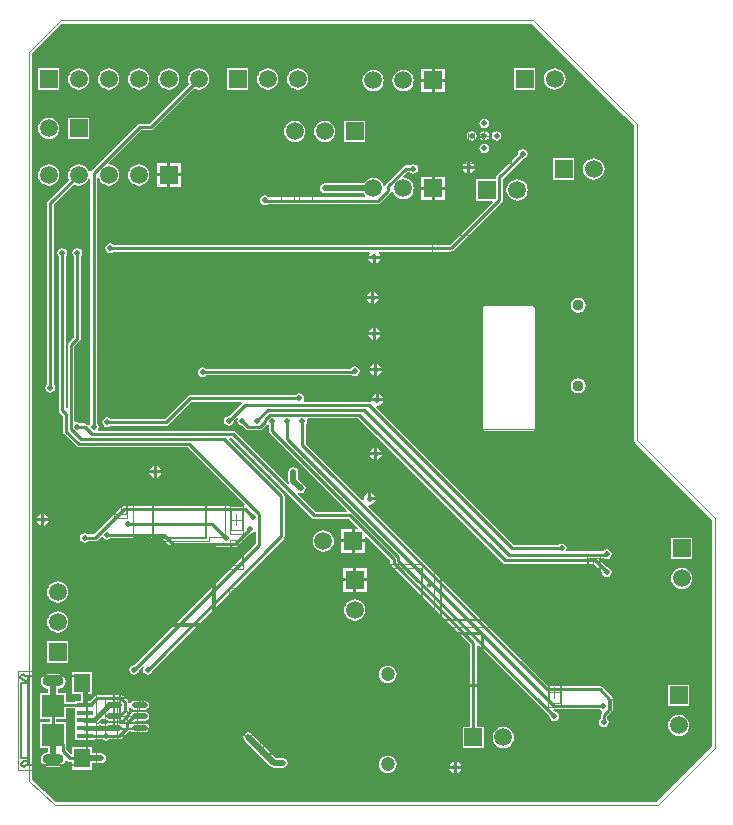
<source format=gbl>
%FSTAX23Y23*%
%MOIN*%
%SFA1B1*%

%IPPOS*%
%ADD10C,0.009449*%
%ADD13C,0.007874*%
%ADD14C,0.005000*%
%ADD16C,0.004000*%
%ADD17C,0.003937*%
%ADD18C,0.010000*%
%ADD19C,0.001969*%
%ADD79C,0.019685*%
%ADD80C,0.015000*%
%ADD81R,0.059055X0.059055*%
%ADD82C,0.059055*%
%ADD83C,0.037401*%
%ADD84R,0.059055X0.059055*%
%ADD85C,0.019685*%
%ADD86O,0.070866X0.035433*%
%ADD87C,0.047244*%
%ADD88O,0.053150X0.017716*%
%ADD89R,0.053150X0.015748*%
%ADD90R,0.055118X0.062992*%
%ADD91R,0.074803X0.074803*%
%LNsolears_v1-1*%
%LPD*%
G36*
X02675Y03604D02*
X02902Y03377D01*
X02982Y03297*
X03014Y03265*
Y02215*
X03015Y02211*
X03017Y02207*
X03274Y0195*
Y01194*
X0309Y0101*
X01089*
X0101Y01084*
Y03505*
X01109Y03604*
X02675*
G37*
%LNsolears_v1-2*%
%LPC*%
G36*
X02385Y03454D02*
X02351D01*
Y0342*
X02385*
Y03454*
G37*
G36*
X02341D02*
X02306D01*
Y0342*
X02341*
Y03454*
G37*
G36*
X0173Y03455D02*
X01659D01*
Y03384*
X0173*
Y03455*
G37*
G36*
X011D02*
X01029D01*
Y03384*
X011*
Y03455*
G37*
G36*
X02686D02*
X02615D01*
Y03384*
X02686*
Y03455*
G37*
G36*
X01895Y03455D02*
X01885Y03454D01*
X01877Y0345*
X01869Y03445*
X01864Y03437*
X0186Y03429*
X01859Y0342*
X0186Y0341*
X01864Y03402*
X01869Y03394*
X01877Y03389*
X01885Y03385*
X01895Y03384*
X01904Y03385*
X01912Y03389*
X0192Y03394*
X01925Y03402*
X01929Y0341*
X0193Y0342*
X01929Y03429*
X01925Y03437*
X0192Y03445*
X01912Y0345*
X01904Y03454*
X01895Y03455*
G37*
G36*
X01795D02*
X01785Y03454D01*
X01777Y0345*
X01769Y03445*
X01764Y03437*
X0176Y03429*
X01759Y0342*
X0176Y0341*
X01764Y03402*
X01769Y03394*
X01777Y03389*
X01785Y03385*
X01795Y03384*
X01804Y03385*
X01812Y03389*
X0182Y03394*
X01825Y03402*
X01829Y0341*
X0183Y0342*
X01829Y03429*
X01825Y03437*
X0182Y03445*
X01812Y0345*
X01804Y03454*
X01795Y03455*
G37*
G36*
X01565D02*
X01555Y03454D01*
X01547Y0345*
X01539Y03445*
X01534Y03437*
X0153Y03429*
X01529Y0342*
X0153Y0341*
X01533Y03404*
X014Y0327*
X01367*
Y0327*
X01363Y0327*
X01359Y03267*
X01207Y03115*
X01204Y03111*
X01199Y03109*
X01199Y03109*
X01195Y03117*
X0119Y03125*
X01182Y0313*
X01174Y03134*
X01165Y03135*
X01155Y03134*
X01147Y0313*
X01139Y03125*
X01134Y03117*
X0113Y03109*
X01129Y031*
X0113Y0309*
X01133Y03084*
X01062Y03012*
X01059Y03009*
X01058Y03005*
Y02401*
X01058Y02401*
X01055Y02396*
X01053Y0239*
X01055Y02383*
X01058Y02378*
X01063Y02375*
X0107Y02373*
X01076Y02375*
X01081Y02378*
X01084Y02383*
X01086Y0239*
X01084Y02396*
X01081Y02401*
X01081Y02401*
Y03*
X01149Y03068*
X01155Y03065*
X01165Y03064*
X01174Y03065*
X01182Y03069*
X0119Y03074*
X01195Y03082*
X01198Y03089*
X01203Y03088*
Y02271*
X01203Y02271*
X01201Y02267*
X01195Y02265*
X01193Y02267*
X01189Y0227*
X01185Y02271*
X01171*
X01171Y02271*
X01166Y02274*
X0116Y02276*
X01155Y02275*
X0115Y02278*
Y02529*
X01167Y02546*
X0117Y0255*
X01171Y02554*
Y02828*
X01171Y02828*
X01174Y02833*
X01176Y0284*
X01174Y02846*
X01171Y02851*
X01166Y02854*
X0116Y02856*
X01153Y02854*
X01148Y02851*
X01145Y02846*
X01143Y0284*
X01145Y02833*
X01148Y02828*
X01148Y02828*
Y02559*
X01131Y02541*
X01128Y02538*
X01128Y02534*
Y02322*
X01123Y02319*
X01121Y02321*
Y02828*
X01121Y02828*
X01124Y02833*
X01126Y0284*
X01124Y02846*
X01121Y02851*
X01116Y02854*
X0111Y02856*
X01103Y02854*
X01098Y02851*
X01095Y02846*
X01093Y0284*
X01095Y02833*
X01098Y02828*
X01098Y02828*
Y02315*
X01099Y0231*
X01102Y02307*
X01112Y02297*
Y02244*
X01113Y0224*
X01115Y02236*
X01157Y02195*
X0116Y02192*
X01164Y02192*
X01526*
X01717Y02001*
X01715Y01996*
X01315*
X01311Y01995*
X01307Y01992*
X01216Y01901*
X01196*
X01196Y01901*
X01191Y01904*
X01185Y01906*
X01178Y01904*
X01173Y01901*
X0117Y01896*
X01168Y0189*
X0117Y01883*
X01173Y01878*
X01178Y01875*
X01185Y01873*
X01191Y01875*
X01196Y01878*
X01196Y01878*
X0122*
X01224Y01879*
X01228Y01882*
X0124Y01894*
X01246Y01892*
X01248Y01888*
X01253Y01885*
X0126Y01883*
X01266Y01885*
X01271Y01888*
X01271Y01888*
X01443*
X0147Y01861*
X01474Y01858*
X01478Y01858*
X01684*
X01688Y01858*
X01692Y01861*
X01734Y01904*
X01735Y01903*
X01741Y01905*
X01746Y01908*
X01749Y01913*
X01749Y01913*
X01754Y0191*
Y0187*
X0135Y01466*
X0135Y01466*
X01343Y01464*
X01338Y01461*
X01335Y01456*
X01333Y0145*
X01335Y01443*
X01338Y01438*
X01343Y01435*
X0135Y01433*
X01356Y01435*
X01361Y01438*
X01364Y01443*
X01366Y0145*
X01366Y0145*
X01378Y01462*
X01378Y01462*
X01382Y01459*
X01381Y01458*
X0138Y01456*
X01378Y0145*
X0138Y01443*
X01383Y01438*
X01388Y01435*
X01395Y01433*
X01401Y01435*
X01406Y01438*
X01409Y01443*
X01411Y0145*
X01411Y0145*
X01847Y01887*
X0185Y0189*
X01851Y01895*
Y0203*
X0185Y02034*
X01847Y02037*
X01666Y02219*
X01668Y02223*
X01676*
X01942Y01957*
X01946Y01954*
X0195Y01953*
X02064*
X02094Y01924*
X02092Y01919*
X02085*
Y01885*
X02119*
Y01892*
X02124Y01894*
X02203Y01814*
Y01805*
X02204Y01801*
X02207Y01797*
X02468Y01535*
Y0126*
X02444*
Y01189*
X02515*
Y0126*
X02491*
Y01531*
X02495Y01533*
X02734Y01295*
X02733Y01295*
X02735Y01288*
X02738Y01283*
X02743Y0128*
X0275Y01278*
X02756Y0128*
X02761Y01283*
X02764Y01288*
X02766Y01295*
X02764Y01301*
X02761Y01306*
X02756Y01309*
X0275Y01311*
X02749Y01311*
X02746Y01314*
X02748Y01319*
X0275Y01318*
X029*
X02901Y01318*
X02906Y01315*
X02908Y01314*
X02909Y01309*
X02907Y01307*
X02905Y01304*
X02904Y01299*
Y01287*
X02903Y01286*
X029Y01281*
X02898Y01275*
X029Y01268*
X02903Y01263*
X02908Y0126*
X02915Y01258*
X02921Y0126*
X02926Y01263*
X02929Y01268*
X02931Y01275*
X02929Y01281*
X02926Y01285*
Y01295*
X02941Y01309*
X02943Y01312*
X02944Y01317*
Y01354*
X02943Y01358*
X02941Y01361*
X0291Y01392*
X02906Y01395*
X02902Y01396*
X02729*
X0213Y01995*
X02132Y02*
X02135Y01999*
X02142Y02001*
X02149Y02005*
X02153Y02012*
X02154Y02015*
X02135*
Y0202*
X0213*
Y02039*
X02127Y02038*
X0212Y02034*
X02116Y02027*
X02114Y0202*
X02115Y02017*
X0211Y02015*
X01921Y02204*
Y02268*
X01921Y02268*
X01924Y02273*
X01926Y0228*
X01925Y02284*
X01928Y02289*
X02094*
X02577Y01807*
X0258Y01804*
X02585Y01803*
X0288*
X02909Y01775*
X02908Y01775*
X0291Y01768*
X02913Y01763*
X02918Y0176*
X02925Y01758*
X02931Y0176*
X02936Y01763*
X02939Y01768*
X02941Y01775*
X02939Y01781*
X02936Y01786*
X02931Y01789*
X02925Y01791*
X02924Y01791*
X02897Y01818*
X02899Y01823*
X02914*
X02918Y0182*
X02925Y01818*
X02931Y0182*
X02936Y01823*
X02939Y01828*
X02941Y01835*
X02939Y01841*
X02936Y01846*
X02931Y01849*
X02925Y01851*
X02918Y01849*
X02913Y01846*
X02912Y01845*
X02793*
X0279Y0185*
X02791Y01855*
X02789Y01861*
X02786Y01866*
X02781Y01869*
X02775Y01871*
X02768Y01869*
X02763Y01866*
X02763Y01866*
X02614*
X02155Y02325*
X02157Y0233*
X0216Y02329*
X02167Y02331*
X02174Y02335*
X02178Y02342*
X02179Y02345*
X02139*
X02138Y02344*
X02136Y02342*
X02132Y02343*
X01916*
X01914Y02348*
X01914Y02348*
X01916Y02355*
X01914Y02361*
X01911Y02366*
X01906Y02369*
X019Y02371*
X01893Y02369*
X01888Y02366*
X01888Y02366*
X01536*
X01532Y02365*
X01528Y02362*
X01451Y02286*
X01271*
X01271Y02286*
X01266Y02289*
X0126Y02291*
X01253Y02289*
X01248Y02286*
X01245Y02281*
X01243Y02275*
X01245Y02268*
X01248Y02263*
X01253Y0226*
X0126Y02258*
X01266Y0226*
X01271Y02263*
X01271Y02263*
X01456*
X0146Y02264*
X01464Y02267*
X0154Y02343*
X01706*
X01708Y02338*
X01665Y02296*
X01665Y02296*
X01658Y02294*
X01653Y02291*
X0165Y02286*
X01648Y0228*
X0165Y02273*
X01653Y02268*
X01658Y02265*
X01665Y02263*
X01671Y02265*
X01676Y02268*
X01679Y02273*
X01681Y0228*
X01681Y0228*
X01693Y02292*
X01693Y02292*
X01697Y02289*
X01696Y02288*
X01695Y02286*
X01693Y0228*
X01695Y02273*
X01698Y02268*
X01703Y02265*
X0171Y02263*
X0171Y02264*
X01722Y02251*
X01726Y02248*
X0173Y02248*
X01768*
X01772Y02248*
X01776Y02251*
X01792Y02267*
X01797Y02265*
X01798Y02263*
Y02246*
X01799Y02242*
X01802Y02239*
X0206Y0198*
X02058Y01976*
X01955*
X01893Y02037*
X01897Y02041*
X01898Y0204*
X01905Y02038*
X01911Y0204*
X01916Y02043*
X01919Y02048*
X01921Y02055*
X01919Y02061*
X01916Y02066*
X01896Y02086*
Y0211*
X01894Y02116*
X01891Y02121*
X01886Y02124*
X0188Y02126*
X01873Y02124*
X01868Y02121*
X01865Y02116*
X01863Y0211*
Y0208*
X01865Y02073*
X01866Y02072*
X01862Y02068*
X01688Y02242*
X01684Y02245*
X0168Y02246*
X0123*
X01228Y02251*
X01229Y02253*
X01231Y0226*
X01229Y02266*
X01226Y02271*
X01226Y02271*
Y03088*
X01231Y03089*
X01234Y03082*
X01239Y03074*
X01247Y03069*
X01255Y03065*
X01265Y03064*
X01274Y03065*
X01282Y03069*
X0129Y03074*
X01295Y03082*
X01299Y0309*
X013Y031*
X01299Y03109*
X01295Y03117*
X0129Y03125*
X01282Y0313*
X01274Y03134*
X01266Y03135*
X01263Y0314*
X01372Y03248*
X01404*
X01409Y03249*
X01412Y03251*
X01549Y03388*
X01555Y03385*
X01565Y03384*
X01574Y03385*
X01582Y03389*
X0159Y03394*
X01595Y03402*
X01599Y0341*
X016Y0342*
X01599Y03429*
X01595Y03437*
X0159Y03445*
X01582Y0345*
X01574Y03454*
X01565Y03455*
G37*
G36*
X01465D02*
X01455Y03454D01*
X01447Y0345*
X01439Y03445*
X01434Y03437*
X0143Y03429*
X01429Y0342*
X0143Y0341*
X01434Y03402*
X01439Y03394*
X01447Y03389*
X01455Y03385*
X01465Y03384*
X01474Y03385*
X01482Y03389*
X0149Y03394*
X01495Y03402*
X01499Y0341*
X015Y0342*
X01499Y03429*
X01495Y03437*
X0149Y03445*
X01482Y0345*
X01474Y03454*
X01465Y03455*
G37*
G36*
X01365D02*
X01355Y03454D01*
X01347Y0345*
X01339Y03445*
X01334Y03437*
X0133Y03429*
X01329Y0342*
X0133Y0341*
X01334Y03402*
X01339Y03394*
X01347Y03389*
X01355Y03385*
X01365Y03384*
X01374Y03385*
X01382Y03389*
X0139Y03394*
X01395Y03402*
X01399Y0341*
X014Y0342*
X01399Y03429*
X01395Y03437*
X0139Y03445*
X01382Y0345*
X01374Y03454*
X01365Y03455*
G37*
G36*
X01265D02*
X01255Y03454D01*
X01247Y0345*
X01239Y03445*
X01234Y03437*
X0123Y03429*
X01229Y0342*
X0123Y0341*
X01234Y03402*
X01239Y03394*
X01247Y03389*
X01255Y03385*
X01265Y03384*
X01274Y03385*
X01282Y03389*
X0129Y03394*
X01295Y03402*
X01299Y0341*
X013Y0342*
X01299Y03429*
X01295Y03437*
X0129Y03445*
X01282Y0345*
X01274Y03454*
X01265Y03455*
G37*
G36*
X01165D02*
X01155Y03454D01*
X01147Y0345*
X01139Y03445*
X01134Y03437*
X0113Y03429*
X01129Y0342*
X0113Y0341*
X01134Y03402*
X01139Y03394*
X01147Y03389*
X01155Y03385*
X01165Y03384*
X01174Y03385*
X01182Y03389*
X0119Y03394*
X01195Y03402*
X01199Y0341*
X012Y0342*
X01199Y03429*
X01195Y03437*
X0119Y03445*
X01182Y0345*
X01174Y03454*
X01165Y03455*
G37*
G36*
X02751D02*
X02742Y03454D01*
X02733Y0345*
X02726Y03445*
X0272Y03437*
X02716Y03429*
X02715Y0342*
X02716Y0341*
X0272Y03402*
X02726Y03394*
X02733Y03389*
X02742Y03385*
X02751Y03384*
X0276Y03385*
X02769Y03389*
X02776Y03394*
X02782Y03402*
X02785Y0341*
X02787Y0342*
X02785Y03429*
X02782Y03437*
X02776Y03445*
X02769Y0345*
X0276Y03454*
X02751Y03455*
G37*
G36*
X02246Y0345D02*
X02237Y03449D01*
X02228Y03445*
X02221Y0344*
X02215Y03432*
X02211Y03424*
X0221Y03415*
X02211Y03405*
X02215Y03397*
X02221Y03389*
X02228Y03384*
X02237Y0338*
X02246Y03379*
X02255Y0338*
X02264Y03384*
X02271Y03389*
X02277Y03397*
X0228Y03405*
X02282Y03415*
X0228Y03424*
X02277Y03432*
X02271Y0344*
X02264Y03445*
X02255Y03449*
X02246Y0345*
G37*
G36*
X02146D02*
X02137Y03449D01*
X02128Y03445*
X02121Y0344*
X02115Y03432*
X02111Y03424*
X0211Y03415*
X02111Y03405*
X02115Y03397*
X02121Y03389*
X02128Y03384*
X02137Y0338*
X02146Y03379*
X02155Y0338*
X02164Y03384*
X02171Y03389*
X02177Y03397*
X0218Y03405*
X02182Y03415*
X0218Y03424*
X02177Y03432*
X02171Y0344*
X02164Y03445*
X02155Y03449*
X02146Y0345*
G37*
G36*
X02385Y0341D02*
X02351D01*
Y03375*
X02385*
Y0341*
G37*
G36*
X02341D02*
X02306D01*
Y03375*
X02341*
Y0341*
G37*
G36*
X02516Y03287D02*
X0251Y03286D01*
X02504Y03282*
X02501Y03277*
X025Y03271*
X02501Y03265*
X02504Y03259*
X0251Y03256*
X02516Y03255*
X02522Y03256*
X02527Y03259*
X02531Y03265*
X02532Y03271*
X02531Y03277*
X02527Y03282*
X02522Y03286*
X02516Y03287*
G37*
G36*
X012Y0329D02*
X01129D01*
Y03219*
X012*
Y0329*
G37*
G36*
X01065Y0329D02*
X01055Y03289D01*
X01047Y03285*
X01039Y0328*
X01034Y03272*
X0103Y03264*
X01029Y03255*
X0103Y03245*
X01034Y03237*
X01039Y03229*
X01047Y03224*
X01055Y0322*
X01065Y03219*
X01074Y0322*
X01082Y03224*
X0109Y03229*
X01095Y03237*
X01099Y03245*
X011Y03255*
X01099Y03264*
X01095Y03272*
X0109Y0328*
X01082Y03285*
X01074Y03289*
X01065Y0329*
G37*
G36*
X02557Y03246D02*
X02551Y03244D01*
X02546Y03241*
X02542Y03236*
X02541Y0323*
X02542Y03223*
X02546Y03218*
X02551Y03215*
X02557Y03213*
X02563Y03215*
X02569Y03218*
X02572Y03223*
X02573Y0323*
X02572Y03236*
X02569Y03241*
X02563Y03244*
X02557Y03246*
G37*
G36*
X02516D02*
X0251Y03244D01*
X02504Y03241*
X02501Y03236*
X025Y0323*
X02501Y03223*
X02504Y03218*
X0251Y03215*
X02516Y03213*
X02522Y03215*
X02527Y03218*
X02531Y03223*
X02532Y0323*
X02531Y03236*
X02527Y03241*
X02522Y03244*
X02516Y03246*
G37*
G36*
X02475D02*
X02468Y03244D01*
X02463Y03241*
X0246Y03236*
X02458Y0323*
X0246Y03223*
X02463Y03218*
X02468Y03215*
X02475Y03213*
X02481Y03215*
X02486Y03218*
X02489Y03223*
X02491Y0323*
X02489Y03236*
X02486Y03241*
X02481Y03244*
X02475Y03246*
G37*
G36*
X0212Y0328D02*
X02049D01*
Y03209*
X0212*
Y0328*
G37*
G36*
X01985Y0328D02*
X01975Y03279D01*
X01967Y03275*
X01959Y0327*
X01954Y03262*
X0195Y03254*
X01949Y03245*
X0195Y03235*
X01954Y03227*
X01959Y03219*
X01967Y03214*
X01975Y0321*
X01985Y03209*
X01994Y0321*
X02002Y03214*
X0201Y03219*
X02015Y03227*
X02019Y03235*
X0202Y03245*
X02019Y03254*
X02015Y03262*
X0201Y0327*
X02002Y03275*
X01994Y03279*
X01985Y0328*
G37*
G36*
X01885D02*
X01875Y03279D01*
X01867Y03275*
X01859Y0327*
X01854Y03262*
X0185Y03254*
X01849Y03245*
X0185Y03235*
X01854Y03227*
X01859Y03219*
X01867Y03214*
X01875Y0321*
X01885Y03209*
X01894Y0321*
X01902Y03214*
X0191Y03219*
X01915Y03227*
X01919Y03235*
X0192Y03245*
X01919Y03254*
X01915Y03262*
X0191Y0327*
X01902Y03275*
X01894Y03279*
X01885Y0328*
G37*
G36*
X02516Y03204D02*
X0251Y03203D01*
X02504Y032*
X02501Y03194*
X025Y03188*
X02501Y03182*
X02504Y03177*
X0251Y03173*
X02516Y03172*
X02522Y03173*
X02527Y03177*
X02531Y03182*
X02532Y03188*
X02531Y03194*
X02527Y032*
X02522Y03203*
X02516Y03204*
G37*
G36*
X02645Y03186D02*
X02638Y03184D01*
X02633Y03181*
X0263Y03176*
X02628Y0317*
X02629Y03169*
X02558Y03099*
X02556Y03096*
X02555Y03091*
Y03085*
X0249*
Y03014*
X02543*
X02545Y03009*
X02401Y02866*
X01281*
X01281Y02866*
X01276Y02869*
X0127Y02871*
X01263Y02869*
X01258Y02866*
X01255Y02861*
X01253Y02855*
X01255Y02848*
X01258Y02843*
X01263Y0284*
X0127Y02838*
X01276Y0284*
X01281Y02843*
X01281Y02843*
X02133*
X02134Y0284*
X02135Y02838*
X02131Y02832*
X0213Y0283*
X02169*
X02168Y02832*
X02164Y02838*
X02165Y0284*
X02166Y02843*
X02405*
X0241Y02844*
X02413Y02847*
X02574Y03008*
X02577Y03011*
X02577Y03015*
Y03087*
X02644Y03154*
X02645Y03153*
X02651Y03155*
X02656Y03158*
X02659Y03163*
X02661Y0317*
X02659Y03176*
X02656Y03181*
X02651Y03184*
X02645Y03186*
G37*
G36*
X0228Y03136D02*
X02273Y03134D01*
X02268Y03131*
X02268Y03131*
X02254*
X02249Y0313*
X02246Y03127*
X02188Y0307*
X02186Y03066*
X02181Y03064*
X0218Y03064*
X02177Y03072*
X02171Y0308*
X02164Y03085*
X02155Y03089*
X02146Y0309*
X02137Y03089*
X02128Y03085*
X02121Y0308*
X02115Y03072*
X02114Y03071*
X01985*
X01978Y03069*
X01973Y03066*
X0197Y03061*
X01968Y03055*
X0197Y03048*
X01973Y03043*
X01978Y0304*
X01985Y03038*
X02114*
X02115Y03037*
X0212Y0303*
X02118Y03025*
X01796*
X01796Y03026*
X01791Y03029*
X01785Y03031*
X01778Y03029*
X01773Y03026*
X0177Y03021*
X01768Y03015*
X0177Y03008*
X01773Y03003*
X01778Y03*
X01785Y02998*
X01791Y03*
X01796Y03003*
X02163*
X02167Y03004*
X0217Y03006*
X02204Y03039*
X02206Y03043*
X02211Y03045*
X02212Y03045*
X02215Y03037*
X02221Y03029*
X02228Y03024*
X02237Y0302*
X02246Y03019*
X02255Y0302*
X02264Y03024*
X02271Y03029*
X02277Y03037*
X0228Y03045*
X02282Y03055*
X0228Y03064*
X02277Y03072*
X02271Y0308*
X02264Y03085*
X02255Y03089*
X02247Y0309*
X02245Y03095*
X02258Y03108*
X02268*
X02268Y03108*
X02273Y03105*
X0228Y03103*
X02286Y03105*
X02291Y03108*
X02294Y03113*
X02296Y0312*
X02294Y03126*
X02291Y03131*
X02286Y03134*
X0228Y03136*
G37*
G36*
X0247Y03144D02*
Y0313D01*
X02484*
X02483Y03132*
X02479Y03139*
X02472Y03143*
X0247Y03144*
G37*
G36*
X0246D02*
X02457Y03143D01*
X0245Y03139*
X02446Y03132*
X02445Y0313*
X0246*
Y03144*
G37*
G36*
X02484Y0312D02*
X0247D01*
Y03105*
X02472Y03106*
X02479Y0311*
X02483Y03117*
X02484Y0312*
G37*
G36*
X0246D02*
X02445D01*
X02446Y03117*
X0245Y0311*
X02457Y03106*
X0246Y03105*
Y0312*
G37*
G36*
X01504Y03139D02*
X0147D01*
Y03105*
X01504*
Y03139*
G37*
G36*
X0146D02*
X01425D01*
Y03105*
X0146*
Y03139*
G37*
G36*
X02816Y03155D02*
X02745D01*
Y03084*
X02816*
Y03155*
G37*
G36*
X02881Y03155D02*
X02872Y03154D01*
X02863Y0315*
X02856Y03145*
X0285Y03137*
X02846Y03129*
X02845Y0312*
X02846Y0311*
X0285Y03102*
X02856Y03094*
X02863Y03089*
X02872Y03085*
X02881Y03084*
X0289Y03085*
X02899Y03089*
X02906Y03094*
X02912Y03102*
X02915Y0311*
X02917Y0312*
X02915Y03129*
X02912Y03137*
X02906Y03145*
X02899Y0315*
X0289Y03154*
X02881Y03155*
G37*
G36*
X01365Y03135D02*
X01355Y03134D01*
X01347Y0313*
X01339Y03125*
X01334Y03117*
X0133Y03109*
X01329Y031*
X0133Y0309*
X01334Y03082*
X01339Y03074*
X01347Y03069*
X01355Y03065*
X01365Y03064*
X01374Y03065*
X01382Y03069*
X0139Y03074*
X01395Y03082*
X01399Y0309*
X014Y031*
X01399Y03109*
X01395Y03117*
X0139Y03125*
X01382Y0313*
X01374Y03134*
X01365Y03135*
G37*
G36*
X01065D02*
X01055Y03134D01*
X01047Y0313*
X01039Y03125*
X01034Y03117*
X0103Y03109*
X01029Y031*
X0103Y0309*
X01034Y03082*
X01039Y03074*
X01047Y03069*
X01055Y03065*
X01065Y03064*
X01074Y03065*
X01082Y03069*
X0109Y03074*
X01095Y03082*
X01099Y0309*
X011Y031*
X01099Y03109*
X01095Y03117*
X0109Y03125*
X01082Y0313*
X01074Y03134*
X01065Y03135*
G37*
G36*
X01504Y03095D02*
X0147D01*
Y0306*
X01504*
Y03095*
G37*
G36*
X0146D02*
X01425D01*
Y0306*
X0146*
Y03095*
G37*
G36*
X02385Y03094D02*
X02351D01*
Y0306*
X02385*
Y03094*
G37*
G36*
X02341D02*
X02306D01*
Y0306*
X02341*
Y03094*
G37*
G36*
X02385Y0305D02*
X02351D01*
Y03015*
X02385*
Y0305*
G37*
G36*
X02341D02*
X02306D01*
Y03015*
X02341*
Y0305*
G37*
G36*
X02626Y03085D02*
X02617Y03084D01*
X02608Y0308*
X02601Y03075*
X02595Y03067*
X02591Y03059*
X0259Y0305*
X02591Y0304*
X02595Y03032*
X02601Y03024*
X02608Y03019*
X02617Y03015*
X02626Y03014*
X02635Y03015*
X02644Y03019*
X02651Y03024*
X02657Y03032*
X0266Y0304*
X02662Y0305*
X0266Y03059*
X02657Y03067*
X02651Y03075*
X02644Y0308*
X02635Y03084*
X02626Y03085*
G37*
G36*
X02169Y0282D02*
X02155D01*
Y02805*
X02157Y02806*
X02164Y0281*
X02168Y02817*
X02169Y0282*
G37*
G36*
X02145D02*
X0213D01*
X02131Y02817*
X02135Y0281*
X02142Y02806*
X02145Y02805*
Y0282*
G37*
G36*
X0215Y02709D02*
Y02695D01*
X02164*
X02163Y02697*
X02159Y02704*
X02152Y02708*
X0215Y02709*
G37*
G36*
X0214D02*
X02137Y02708D01*
X0213Y02704*
X02126Y02697*
X02125Y02695*
X0214*
Y02709*
G37*
G36*
X02164Y02685D02*
X0215D01*
Y0267*
X02152Y02671*
X02159Y02675*
X02163Y02682*
X02164Y02685*
G37*
G36*
X0214D02*
X02125D01*
X02126Y02682*
X0213Y02675*
X02137Y02671*
X0214Y0267*
Y02685*
G37*
G36*
X0283Y0269D02*
X0282Y02688D01*
X02812Y02682*
X02806Y02674*
X02804Y02665*
X02806Y02655*
X02812Y02647*
X0282Y02641*
X0283Y02639*
X02839Y02641*
X02847Y02647*
X02853Y02655*
X02855Y02665*
X02853Y02674*
X02847Y02682*
X02839Y02688*
X0283Y0269*
G37*
G36*
X02155Y02589D02*
Y02575D01*
X02169*
X02168Y02577*
X02164Y02584*
X02157Y02588*
X02155Y02589*
G37*
G36*
X02145D02*
X02142Y02588D01*
X02135Y02584*
X02131Y02577*
X0213Y02575*
X02145*
Y02589*
G37*
G36*
X02169Y02565D02*
X02155D01*
Y0255*
X02157Y02551*
X02164Y02555*
X02168Y02562*
X02169Y02565*
G37*
G36*
X02145D02*
X0213D01*
X02131Y02562*
X02135Y02555*
X02142Y02551*
X02145Y0255*
Y02565*
G37*
G36*
X0216Y02469D02*
Y02455D01*
X02174*
X02173Y02457*
X02169Y02464*
X02162Y02468*
X0216Y02469*
G37*
G36*
X0215D02*
X02147Y02468D01*
X0214Y02464*
X02136Y02457*
X02135Y02455*
X0215*
Y02469*
G37*
G36*
X02085Y02461D02*
X02078Y02459D01*
X02073Y02456*
X02072Y02454*
X01587*
X01583Y02457*
X01577Y02458*
X01571Y02457*
X01566Y02453*
X01562Y02448*
X01561Y02442*
X01562Y02436*
X01566Y02431*
X01571Y02427*
X01577Y02426*
X01583Y02427*
X01588Y02431*
X01589Y02432*
X02075*
X02078Y0243*
X02085Y02428*
X02091Y0243*
X02096Y02433*
X02099Y02438*
X02101Y02445*
X02099Y02451*
X02096Y02456*
X02091Y02459*
X02085Y02461*
G37*
G36*
X02174Y02445D02*
X0216D01*
Y0243*
X02162Y02431*
X02169Y02435*
X02173Y02442*
X02174Y02445*
G37*
G36*
X0215D02*
X02135D01*
X02136Y02442*
X0214Y02435*
X02147Y02431*
X0215Y0243*
Y02445*
G37*
G36*
X0283Y02422D02*
X0282Y0242D01*
X02812Y02415*
X02806Y02406*
X02804Y02397*
X02806Y02387*
X02812Y02379*
X0282Y02374*
X0283Y02372*
X02839Y02374*
X02847Y02379*
X02853Y02387*
X02855Y02397*
X02853Y02406*
X02847Y02415*
X02839Y0242*
X0283Y02422*
G37*
G36*
X02165Y02369D02*
Y02355D01*
X02179*
X02178Y02357*
X02174Y02364*
X02167Y02368*
X02165Y02369*
G37*
G36*
X02155D02*
X02152Y02368D01*
X02145Y02364*
X02141Y02357*
X0214Y02355*
X02155*
Y02369*
G37*
G36*
X02677Y02661D02*
X02518D01*
X02513Y02659*
X02511Y02655*
Y02253*
X02513Y02249*
X02518Y02247*
X02677*
X02682Y02249*
X02684Y02253*
Y02655*
X02682Y02659*
X02677Y02661*
G37*
G36*
X0216Y02189D02*
Y02175D01*
X02174*
X02173Y02177*
X02169Y02184*
X02162Y02188*
X0216Y02189*
G37*
G36*
X0215D02*
X02147Y02188D01*
X0214Y02184*
X02136Y02177*
X02135Y02175*
X0215*
Y02189*
G37*
G36*
X02174Y02165D02*
X0216D01*
Y0215*
X02162Y02151*
X02169Y02155*
X02173Y02162*
X02174Y02165*
G37*
G36*
X0215D02*
X02135D01*
X02136Y02162*
X0214Y02155*
X02147Y02151*
X0215Y0215*
Y02165*
G37*
G36*
X01425Y02129D02*
Y02115D01*
X01439*
X01438Y02117*
X01434Y02124*
X01427Y02128*
X01425Y02129*
G37*
G36*
X01415D02*
X01412Y02128D01*
X01405Y02124*
X01401Y02117*
X014Y02115*
X01415*
Y02129*
G37*
G36*
X01439Y02105D02*
X01425D01*
Y0209*
X01427Y02091*
X01434Y02095*
X01438Y02102*
X01439Y02105*
G37*
G36*
X01415D02*
X014D01*
X01401Y02102*
X01405Y02095*
X01412Y02091*
X01415Y0209*
Y02105*
G37*
G36*
X0214Y02039D02*
Y02025D01*
X02154*
X02153Y02027*
X02149Y02034*
X02142Y02038*
X0214Y02039*
G37*
G36*
X0105Y01969D02*
Y01955D01*
X01064*
X01063Y01957*
X01059Y01964*
X01052Y01968*
X0105Y01969*
G37*
G36*
X0104D02*
X01037Y01968D01*
X0103Y01964*
X01026Y01957*
X01025Y01955*
X0104*
Y01969*
G37*
G36*
X01064Y01945D02*
X0105D01*
Y0193*
X01052Y01931*
X01059Y01935*
X01063Y01942*
X01064Y01945*
G37*
G36*
X0104D02*
X01025D01*
X01026Y01942*
X0103Y01935*
X01037Y01931*
X0104Y0193*
Y01945*
G37*
G36*
X02075Y01919D02*
X0204D01*
Y01885*
X02075*
Y01919*
G37*
G36*
X0198Y01915D02*
X0197Y01914D01*
X01962Y0191*
X01954Y01905*
X01949Y01897*
X01945Y01889*
X01944Y0188*
X01945Y0187*
X01949Y01862*
X01954Y01854*
X01962Y01849*
X0197Y01845*
X0198Y01844*
X01989Y01845*
X01997Y01849*
X02005Y01854*
X0201Y01862*
X02014Y0187*
X02015Y0188*
X02014Y01889*
X0201Y01897*
X02005Y01905*
X01997Y0191*
X01989Y01914*
X0198Y01915*
G37*
G36*
X02119Y01875D02*
X02085D01*
Y0184*
X02119*
Y01875*
G37*
G36*
X02075D02*
X0204D01*
Y0184*
X02075*
Y01875*
G37*
G36*
X0321Y0189D02*
X03139D01*
Y01819*
X0321*
Y0189*
G37*
G36*
X02124Y01789D02*
X0209D01*
Y01755*
X02124*
Y01789*
G37*
G36*
X0208D02*
X02045D01*
Y01755*
X0208*
Y01789*
G37*
G36*
X03175Y0179D02*
X03165Y01789D01*
X03157Y01785*
X03149Y0178*
X03144Y01772*
X0314Y01764*
X03139Y01755*
X0314Y01745*
X03144Y01737*
X03149Y01729*
X03157Y01724*
X03165Y0172*
X03175Y01719*
X03184Y0172*
X03192Y01724*
X032Y01729*
X03205Y01737*
X03209Y01745*
X0321Y01755*
X03209Y01764*
X03205Y01772*
X032Y0178*
X03192Y01785*
X03184Y01789*
X03175Y0179*
G37*
G36*
X02124Y01745D02*
X0209D01*
Y0171*
X02124*
Y01745*
G37*
G36*
X0208D02*
X02045D01*
Y0171*
X0208*
Y01745*
G37*
G36*
X01095Y01745D02*
X01085Y01744D01*
X01077Y0174*
X01069Y01735*
X01064Y01727*
X0106Y01719*
X01059Y0171*
X0106Y017*
X01064Y01692*
X01069Y01684*
X01077Y01679*
X01085Y01675*
X01095Y01674*
X01104Y01675*
X01112Y01679*
X0112Y01684*
X01125Y01692*
X01129Y017*
X0113Y0171*
X01129Y01719*
X01125Y01727*
X0112Y01735*
X01112Y0174*
X01104Y01744*
X01095Y01745*
G37*
G36*
X02085Y01685D02*
X02075Y01684D01*
X02067Y0168*
X02059Y01675*
X02054Y01667*
X0205Y01659*
X02049Y0165*
X0205Y0164*
X02054Y01632*
X02059Y01624*
X02067Y01619*
X02075Y01615*
X02085Y01614*
X02094Y01615*
X02102Y01619*
X0211Y01624*
X02115Y01632*
X02119Y0164*
X0212Y0165*
X02119Y01659*
X02115Y01667*
X0211Y01675*
X02102Y0168*
X02094Y01684*
X02085Y01685*
G37*
G36*
X01095Y01645D02*
X01085Y01644D01*
X01077Y0164*
X01069Y01635*
X01064Y01627*
X0106Y01619*
X01059Y0161*
X0106Y016*
X01064Y01592*
X01069Y01584*
X01077Y01579*
X01085Y01575*
X01095Y01574*
X01104Y01575*
X01112Y01579*
X0112Y01584*
X01125Y01592*
X01129Y016*
X0113Y0161*
X01129Y01619*
X01125Y01627*
X0112Y01635*
X01112Y0164*
X01104Y01644*
X01095Y01645*
G37*
G36*
X0113Y01545D02*
X01059D01*
Y01474*
X0113*
Y01545*
G37*
G36*
X02195Y01464D02*
X02187Y01463D01*
X0218Y0146*
X02173Y01456*
X02169Y01449*
X02166Y01442*
X02165Y01435*
X02166Y01427*
X02169Y0142*
X02173Y01413*
X0218Y01409*
X02187Y01406*
X02195Y01405*
X02202Y01406*
X02209Y01409*
X02216Y01413*
X0222Y0142*
X02223Y01427*
X02224Y01435*
X02223Y01442*
X0222Y01449*
X02216Y01456*
X02209Y0146*
X02202Y01463*
X02195Y01464*
G37*
G36*
X0138Y01347D02*
X01369D01*
X01369Y01347*
X01369Y01346*
X0137Y01346*
X0137Y01346*
X01371Y01345*
X01371Y01345*
X01371Y01345*
X01371Y01345*
X01372Y01345*
X01372Y01345*
X01373Y01345*
X01373Y01345*
X01374Y01344*
X01375*
X01375Y01345*
X01375*
X01375Y01345*
X01376Y01345*
X01377Y01345*
X01378Y01345*
X01379Y01346*
X01379Y01346*
X01379Y01346*
X01379Y01346*
X01379Y01346*
X0138Y01346*
X0138Y01346*
X0138Y01347*
X0138Y01347*
X0138Y01347*
G37*
G36*
X01209Y01444D02*
X01142D01*
Y01369*
X01171*
Y01346*
X01152*
Y01343*
X01122*
Y01371*
X01095*
Y01387*
X01097*
X01106Y01388*
X01114Y01394*
X01119Y01401*
X01121Y01411*
X01119Y0142*
X01114Y01428*
X01106Y01433*
X01097Y01435*
X01061*
X01052Y01433*
X01044Y01428*
X01039Y0142*
X01037Y01411*
X01039Y01401*
X01044Y01394*
X01052Y01388*
X01061Y01387*
X01063*
Y01371*
X01036*
Y01285*
X01068*
Y01277*
X01036*
Y0119*
X01063*
Y01175*
X01061*
X01052Y01173*
X01044Y01168*
X01039Y0116*
X01037Y01151*
X01039Y01142*
X01044Y01134*
X01052Y01129*
X01061Y01127*
X01097*
X01106Y01129*
X01114Y01134*
X01119Y01142*
X0112Y01146*
X01126Y01148*
X01127Y01147*
X0113Y01144*
X01135Y01144*
X01142*
Y01117*
X01209*
Y01139*
X01239*
X0124Y01138*
X01246Y0114*
X01251Y01143*
X01254Y01148*
X01256Y01155*
X01254Y01161*
X01251Y01166*
X01251Y01166*
X01245Y0117*
X01239Y01171*
X01209*
Y01192*
X01142*
Y0117*
X01137Y01168*
X01123Y01182*
Y01201*
X01122Y01202*
Y01277*
X0109*
Y01285*
X01122*
Y01321*
X01152*
Y01292*
Y01267*
Y01241*
Y01216*
X01217*
Y01218*
X01243*
X01243Y01218*
X01248Y01215*
X01255Y01213*
X01261Y01215*
X01266Y01218*
X01266Y01218*
X013*
X01305Y01219*
X01308Y01222*
X01333Y01246*
X01336Y01247*
X01338Y01246*
X01339Y01246*
X01343Y01243*
X01349Y01242*
X01385*
X0139Y01243*
X01395Y01246*
X01398Y01251*
X014Y01257*
X01398Y01263*
X01395Y01268*
X0139Y01271*
X01385Y01272*
X01352*
X01349Y01277*
X01351Y01279*
X01385*
X0139Y01281*
X01395Y01284*
X01398Y01289*
X014Y01295*
X01398Y013*
X01395Y01305*
X0139Y01308*
X01385Y0131*
X01349*
X01343Y01308*
X01338Y01305*
X01335Y013*
X01334Y01295*
X01318Y01279*
X01315Y01275*
X01314Y01271*
X01314Y0127*
X01309Y01269*
X01306Y01271*
X013Y01272*
X01264*
X01259Y01271*
X01255Y01269*
X01242*
X01241Y01269*
X01235Y01271*
X01228Y01269*
X01226Y01274*
X01226Y01274*
X01236Y01284*
X01241Y01285*
X01246Y01288*
X01246Y01288*
X01251Y01287*
X01254Y01284*
X01259Y01281*
X01264Y01279*
X013*
X01306Y01281*
X01311Y01284*
X01314Y01289*
X01315Y01294*
X01328Y01306*
X0133Y0131*
X01331Y01314*
Y01324*
X01332Y01325*
X01336Y01325*
X01338Y01321*
X01343Y01318*
X01349Y01317*
X01385*
X0139Y01318*
X01395Y01321*
X01398Y01326*
X014Y01332*
X01398Y01338*
X01396Y01342*
X01388*
Y01342*
Y01342*
Y01342*
X01388Y01343*
X01388Y01343*
X01388Y01343*
X01388Y01344*
X01389Y01344*
Y01344*
X01389Y01344*
X01389Y01344*
X01389Y01345*
X01389Y01345*
X01389Y01346*
X0139Y01346*
X01385Y01347*
X01384*
X01384Y01347*
X01383Y01346*
Y01346*
X01383Y01346*
X01383Y01346*
X01383Y01346*
X01383Y01346*
X01383Y01345*
X01382Y01345*
X01382Y01344*
X01381Y01343*
X0138Y01343*
X0138*
X0138Y01343*
X0138Y01343*
X0138Y01343*
X0138Y01343*
X01379Y01342*
X01379Y01342*
X01379Y01342*
X01378Y01342*
X01378Y01342*
X01377Y01342*
X01377Y01342*
X01376Y01342*
X01376Y01342*
X01374Y01341*
X01374*
X01374Y01342*
X01374*
X01373Y01342*
X01373Y01342*
X01372Y01342*
X01371Y01342*
X01371Y01342*
X0137Y01342*
X01369Y01343*
X01369*
X01369Y01343*
X01368Y01343*
X01368Y01343*
X01368Y01343*
X01367Y01344*
X01367Y01344*
X01366Y01345*
X01366Y01345*
X01365Y01346*
Y01346*
X01365Y01346*
X01365Y01346*
X01365Y01347*
X01365Y01347*
X01365Y01347*
X01349*
X01343Y01346*
X01338Y01343*
X01336Y01339*
X01332Y01339*
X01331Y01339*
Y0134*
X0133Y01344*
X01328Y01348*
X01313Y01362*
X0131Y01365*
X01305Y01366*
X01226*
X01222Y01365*
X01218Y01362*
X01201Y01346*
X01193*
Y01369*
X01209*
Y01444*
G37*
G36*
X032Y014D02*
X03129D01*
Y01329*
X032*
Y014*
G37*
G36*
X03165Y013D02*
X03155Y01299D01*
X03147Y01295*
X03139Y0129*
X03134Y01282*
X0313Y01274*
X03129Y01265*
X0313Y01255*
X03134Y01247*
X03139Y01239*
X03147Y01234*
X03155Y0123*
X03165Y01229*
X03174Y0123*
X03182Y01234*
X0319Y01239*
X03195Y01247*
X03199Y01255*
X032Y01265*
X03199Y01274*
X03195Y01282*
X0319Y0129*
X03182Y01295*
X03174Y01299*
X03165Y013*
G37*
G36*
X0258Y0126D02*
X0257Y01259D01*
X02562Y01255*
X02554Y0125*
X02549Y01242*
X02545Y01234*
X02544Y01225*
X02545Y01215*
X02549Y01207*
X02554Y01199*
X02562Y01194*
X0257Y0119*
X0258Y01189*
X02589Y0119*
X02597Y01194*
X02605Y01199*
X0261Y01207*
X02614Y01215*
X02615Y01225*
X02614Y01234*
X0261Y01242*
X02605Y0125*
X02597Y01255*
X02589Y01259*
X0258Y0126*
G37*
G36*
X02425Y01144D02*
Y0113D01*
X02439*
X02438Y01132*
X02434Y01139*
X02427Y01143*
X02425Y01144*
G37*
G36*
X02415D02*
X02412Y01143D01*
X02405Y01139*
X02401Y01132*
X024Y0113*
X02415*
Y01144*
G37*
G36*
X0173Y01241D02*
X01723Y01239D01*
X01718Y01236*
X01715Y01231*
X01713Y01225*
X01715Y01218*
X01718Y01213*
X01803Y01128*
X01808Y01125*
X01815Y01123*
X01845*
X01851Y01125*
X01856Y01128*
X01859Y01133*
X01861Y0114*
X01859Y01146*
X01856Y01151*
X01851Y01154*
X01845Y01156*
X01821*
X01741Y01236*
X01736Y01239*
X01735Y0124*
X0173Y01241*
G37*
G36*
X02439Y0112D02*
X02425D01*
Y01105*
X02427Y01106*
X02434Y0111*
X02438Y01117*
X02439Y0112*
G37*
G36*
X02415D02*
X024D01*
X02401Y01117*
X02405Y0111*
X02412Y01106*
X02415Y01105*
Y0112*
G37*
G36*
X02195Y01164D02*
X02187Y01163D01*
X0218Y0116*
X02173Y01156*
X02169Y01149*
X02166Y01142*
X02165Y01135*
X02166Y01127*
X02169Y0112*
X02173Y01113*
X0218Y01109*
X02187Y01106*
X02195Y01105*
X02202Y01106*
X02209Y01109*
X02216Y01113*
X0222Y0112*
X02223Y01127*
X02224Y01135*
X02223Y01142*
X0222Y01149*
X02216Y01156*
X02209Y0116*
X02202Y01163*
X02195Y01164*
G37*
%LNsolears_v1-3*%
%LPD*%
G54D10*
X02342Y02657D02*
D01*
X02342Y02657*
X02342Y02657*
X02342Y02658*
X02342Y02658*
X02342Y02658*
X02342Y02659*
X02342Y02659*
X02341Y02659*
X02341Y02659*
X02341Y0266*
X02341Y0266*
X02341Y0266*
X0234Y0266*
X0234Y02661*
X0234Y02661*
X02339Y02661*
X02339Y02661*
X02339Y02661*
X02339Y02661*
X02338Y02661*
X02338Y02661*
X02338Y02661*
X02337*
X02337Y02661*
X02337Y02661*
X02336Y02661*
X02336Y02661*
X02336Y02661*
X02335Y02661*
X02335Y02661*
X02335Y02661*
X02334Y0266*
X02334Y0266*
X02334Y0266*
X02334Y0266*
X02334Y02659*
X02333Y02659*
X02333Y02659*
X02333Y02659*
X02333Y02658*
X02333Y02658*
X02333Y02658*
X02333Y02657*
X02333Y02657*
X02333Y02657*
X02333Y02656*
X02333Y02656*
X02333Y02656*
X02333Y02655*
X02333Y02655*
X02333Y02655*
X02333Y02654*
X02333Y02654*
X02334Y02654*
X02334Y02654*
X02334Y02653*
X02334Y02653*
X02334Y02653*
X02335Y02653*
X02335Y02653*
X02335Y02652*
X02336Y02652*
X02336Y02652*
X02336Y02652*
X02337Y02652*
X02337Y02652*
X02337Y02652*
X02338*
X02338Y02652*
X02338Y02652*
X02339Y02652*
X02339Y02652*
X02339Y02652*
X02339Y02652*
X0234Y02653*
X0234Y02653*
X0234Y02653*
X02341Y02653*
X02341Y02653*
X02341Y02654*
X02341Y02654*
X02341Y02654*
X02342Y02654*
X02342Y02655*
X02342Y02655*
X02342Y02655*
X02342Y02656*
X02342Y02656*
X02342Y02656*
X02342Y02657*
G54D13*
X01302Y01397D02*
X01427D01*
Y01272D02*
Y01397D01*
X01302Y01272D02*
X01427D01*
X01302D02*
Y01397D01*
X02338Y014D02*
X02507D01*
X02338D02*
Y01569D01*
X02507*
Y014D02*
Y01569D01*
X01346Y01601D02*
Y01859D01*
X01613*
Y01601D02*
Y01859D01*
X01346Y01601D02*
X01613D01*
X01282Y01417D02*
X01447D01*
Y01252D02*
Y01417D01*
X01282Y01252D02*
X01447D01*
X01282D02*
Y01417D01*
X02334Y01396D02*
X02511D01*
X02334D02*
Y01573D01*
X02511*
Y01396D02*
Y01573D01*
X01342Y01597D02*
Y01863D01*
X01617*
Y01597D02*
Y01863D01*
X01342Y01597D02*
X01617D01*
X01282Y01417D02*
X01447D01*
Y01252D02*
Y01417D01*
X01282Y01252D02*
X01447D01*
X01282D02*
Y01417D01*
X02334Y01396D02*
X02511D01*
X02334D02*
Y01573D01*
X02511*
Y01396D02*
Y01573D01*
X01342Y01597D02*
Y01863D01*
X01617*
Y01597D02*
Y01863D01*
X01342Y01597D02*
X01617D01*
X01652Y01585D02*
D01*
X01652Y01585*
X01652Y01585*
X01652Y01585*
X01652Y01586*
X01652Y01586*
X01652Y01586*
X01651Y01586*
X01651Y01587*
X01651Y01587*
X01651Y01587*
X01651Y01587*
X01651Y01587*
X0165Y01588*
X0165Y01588*
X0165Y01588*
X0165Y01588*
X01649Y01588*
X01649Y01588*
X01649Y01588*
X01649Y01588*
X01648Y01588*
X01648Y01588*
X01648*
X01648Y01588*
X01647Y01588*
X01647Y01588*
X01647Y01588*
X01646Y01588*
X01646Y01588*
X01646Y01588*
X01646Y01588*
X01646Y01588*
X01645Y01587*
X01645Y01587*
X01645Y01587*
X01645Y01587*
X01645Y01587*
X01644Y01586*
X01644Y01586*
X01644Y01586*
X01644Y01586*
X01644Y01585*
X01644Y01585*
X01644Y01585*
X01644Y01585*
X01644Y01584*
X01644Y01584*
X01644Y01584*
X01644Y01583*
X01644Y01583*
X01644Y01583*
X01644Y01583*
X01645Y01582*
X01645Y01582*
X01645Y01582*
X01645Y01582*
X01645Y01582*
X01646Y01581*
X01646Y01581*
X01646Y01581*
X01646Y01581*
X01646Y01581*
X01647Y01581*
X01647Y01581*
X01647Y01581*
X01648Y01581*
X01648Y01581*
X01648*
X01648Y01581*
X01649Y01581*
X01649Y01581*
X01649Y01581*
X01649Y01581*
X0165Y01581*
X0165Y01581*
X0165Y01581*
X0165Y01581*
X01651Y01582*
X01651Y01582*
X01651Y01582*
X01651Y01582*
X01651Y01582*
X01651Y01583*
X01652Y01583*
X01652Y01583*
X01652Y01583*
X01652Y01584*
X01652Y01584*
X01652Y01584*
X01652Y01585*
X02336Y01733D02*
D01*
X02336Y01733*
X02336Y01733*
X02336Y01734*
X02336Y01734*
X02336Y01734*
X02336Y01734*
X02336Y01735*
X02336Y01735*
X02336Y01735*
X02335Y01735*
X02335Y01736*
X02335Y01736*
X02335Y01736*
X02335Y01736*
X02334Y01736*
X02334Y01736*
X02334Y01737*
X02334Y01737*
X02333Y01737*
X02333Y01737*
X02333Y01737*
X02333Y01737*
X02332*
X02332Y01737*
X02332Y01737*
X02331Y01737*
X02331Y01737*
X02331Y01737*
X02331Y01736*
X0233Y01736*
X0233Y01736*
X0233Y01736*
X0233Y01736*
X0233Y01736*
X02329Y01735*
X02329Y01735*
X02329Y01735*
X02329Y01735*
X02329Y01734*
X02329Y01734*
X02329Y01734*
X02329Y01734*
X02328Y01733*
X02328Y01733*
X02328Y01733*
X02328Y01733*
X02328Y01732*
X02329Y01732*
X02329Y01732*
X02329Y01732*
X02329Y01731*
X02329Y01731*
X02329Y01731*
X02329Y01731*
X02329Y0173*
X0233Y0173*
X0233Y0173*
X0233Y0173*
X0233Y0173*
X0233Y01729*
X02331Y01729*
X02331Y01729*
X02331Y01729*
X02331Y01729*
X02332Y01729*
X02332Y01729*
X02332Y01729*
X02333*
X02333Y01729*
X02333Y01729*
X02333Y01729*
X02334Y01729*
X02334Y01729*
X02334Y01729*
X02334Y01729*
X02335Y0173*
X02335Y0173*
X02335Y0173*
X02335Y0173*
X02335Y0173*
X02336Y01731*
X02336Y01731*
X02336Y01731*
X02336Y01731*
X02336Y01732*
X02336Y01732*
X02336Y01732*
X02336Y01732*
X02336Y01733*
X02336Y01733*
X01696Y01374D02*
D01*
X01696Y01374*
X01695Y01374*
X01695Y01375*
X01695Y01375*
X01695Y01375*
X01695Y01375*
X01695Y01376*
X01695Y01376*
X01695Y01376*
X01695Y01376*
X01694Y01377*
X01694Y01377*
X01694Y01377*
X01694Y01377*
X01694Y01377*
X01693Y01377*
X01693Y01378*
X01693Y01378*
X01693Y01378*
X01692Y01378*
X01692Y01378*
X01692Y01378*
X01691*
X01691Y01378*
X01691Y01378*
X01691Y01378*
X0169Y01378*
X0169Y01378*
X0169Y01377*
X0169Y01377*
X01689Y01377*
X01689Y01377*
X01689Y01377*
X01689Y01377*
X01689Y01376*
X01688Y01376*
X01688Y01376*
X01688Y01376*
X01688Y01375*
X01688Y01375*
X01688Y01375*
X01688Y01375*
X01688Y01374*
X01688Y01374*
X01688Y01374*
X01688Y01374*
X01688Y01373*
X01688Y01373*
X01688Y01373*
X01688Y01373*
X01688Y01372*
X01688Y01372*
X01688Y01372*
X01688Y01372*
X01689Y01371*
X01689Y01371*
X01689Y01371*
X01689Y01371*
X01689Y01371*
X0169Y0137*
X0169Y0137*
X0169Y0137*
X0169Y0137*
X01691Y0137*
X01691Y0137*
X01691Y0137*
X01691Y0137*
X01692*
X01692Y0137*
X01692Y0137*
X01693Y0137*
X01693Y0137*
X01693Y0137*
X01693Y0137*
X01694Y0137*
X01694Y01371*
X01694Y01371*
X01694Y01371*
X01694Y01371*
X01695Y01371*
X01695Y01372*
X01695Y01372*
X01695Y01372*
X01695Y01372*
X01695Y01373*
X01695Y01373*
X01695Y01373*
X01695Y01373*
X01696Y01374*
X01696Y01374*
G54D14*
X00997Y01131D02*
D01*
X00996Y01131*
X00995Y01132*
X00994Y01132*
X00993Y01132*
X00993Y01132*
X00992Y01132*
X00991Y01132*
X0099Y01132*
X00989Y01132*
X00989Y01132*
X00988Y01132*
X00987Y01132*
X00986Y01131*
X00986Y01131*
X00985Y0113*
X00984Y0113*
X00984Y01129*
X00983Y01129*
X00982Y01128*
X00982Y01128*
X00981Y01127*
X00981Y01126*
X00981Y01126*
X00993Y01147D02*
D01*
X00991Y01147*
X0099Y01147*
X00989Y01147*
X00988Y01147*
X00986Y01147*
X00985Y01147*
X00984Y01147*
X00983Y01146*
X00982Y01146*
X0098Y01145*
X00979Y01145*
X00978Y01144*
X00977Y01143*
X00976Y01142*
X00975Y01141*
X00975Y01141*
X00974Y0114*
X00973Y01138*
X00972Y01137*
X00972Y01136*
X00971Y01135*
X00971Y01134*
X00971Y01133*
X00981Y01435D02*
D01*
X00981Y01435*
X00982Y01434*
X00982Y01433*
X00983Y01433*
X00983Y01432*
X00984Y01432*
X00984Y01431*
X00985Y01431*
X00986Y0143*
X00987Y0143*
X00987Y0143*
X00988Y01429*
X00989Y01429*
X0099Y01429*
X00991Y01429*
X00991Y01429*
X00992Y01429*
X00993Y01429*
X00994Y01429*
X00995Y0143*
X00995Y0143*
X00996Y0143*
X00997Y0143*
X00969Y01428D02*
D01*
X00969Y01427*
X0097Y01426*
X0097Y01424*
X00971Y01423*
X00972Y01422*
X00973Y01421*
X00974Y0142*
X00974Y01419*
X00975Y01418*
X00977Y01417*
X00978Y01417*
X00979Y01416*
X0098Y01415*
X00981Y01415*
X00983Y01415*
X00984Y01414*
X00985Y01414*
X00987Y01414*
X00988Y01414*
X00989Y01414*
X00991Y01414*
X00992Y01414*
X00993Y01415*
X01193Y01131D02*
Y0143D01*
X01022D02*
X01193D01*
X00995D02*
X01022D01*
X00995Y01131D02*
Y0143D01*
Y01131D02*
X00997D01*
X01193*
X00971Y01133D02*
X00981Y01126D01*
X00971Y01155D02*
X00993D01*
X00971D02*
Y01407D01*
X00993*
X00969Y01428D02*
X00981Y01435D01*
X01022Y0143D02*
Y01523D01*
X01674Y01714D02*
X01925D01*
Y01455D02*
Y01714D01*
X01674Y01455D02*
X01925D01*
X01674D02*
Y01714D01*
X02371Y01616D02*
Y01773D01*
X02528Y01616D02*
Y01773D01*
X02371D02*
X02528D01*
X02371Y01616D02*
X02528D01*
X01411Y02011D02*
X01588D01*
Y01888D02*
Y02011D01*
X01411Y01888D02*
X01588D01*
X01411D02*
Y02011D01*
X01729Y01254D02*
Y01415D01*
X0189Y01254D02*
Y01415D01*
X01729D02*
X0189D01*
X01729Y01254D02*
X0189D01*
G54D16*
X02461Y0324D02*
Y03215D01*
X02466Y0321*
X02476*
X02481Y03215*
Y0324*
X02511D02*
X02501Y03235D01*
X02491Y03225*
Y03215*
X02496Y0321*
X02506*
X02511Y03215*
Y0322*
X02506Y03225*
X02491*
G54D17*
X01Y0108D02*
Y0351D01*
X01105Y03615*
X0268*
X0291Y03385*
X0299Y03305*
X03025Y0327*
Y02215D02*
Y0327D01*
Y02215D02*
X03285Y01955D01*
Y0119D02*
Y01955D01*
X03095Y01D02*
X03285Y0119D01*
X01085Y01D02*
X03095D01*
X01Y0108D02*
X01085Y01D01*
X02476Y0327D02*
D01*
X02476Y0327*
X02476Y03271*
X02476Y03272*
X02475Y03273*
X02475Y03274*
X02475Y03274*
X02474Y03275*
X02474Y03276*
X02474Y03276*
X02473Y03277*
X02473Y03278*
X02472Y03278*
X02471Y03279*
X02471Y03279*
X0247Y0328*
X02469Y0328*
X02468Y0328*
X02468Y03281*
X02467Y03281*
X02466Y03281*
X02465Y03281*
X02464Y03281*
X02464*
X02463Y03281*
X02462Y03281*
X02461Y03281*
X0246Y03281*
X0246Y0328*
X02459Y0328*
X02458Y0328*
X02457Y03279*
X02457Y03279*
X02456Y03278*
X02456Y03278*
X02455Y03277*
X02454Y03276*
X02454Y03276*
X02454Y03275*
X02453Y03274*
X02453Y03274*
X02453Y03273*
X02452Y03272*
X02452Y03271*
X02452Y0327*
X02452Y0327*
X02452Y03269*
X02452Y03268*
X02452Y03267*
X02453Y03266*
X02453Y03265*
X02453Y03265*
X02454Y03264*
X02454Y03263*
X02454Y03263*
X02455Y03262*
X02456Y03261*
X02456Y03261*
X02457Y0326*
X02457Y0326*
X02458Y03259*
X02459Y03259*
X0246Y03259*
X0246Y03258*
X02461Y03258*
X02462Y03258*
X02463Y03258*
X02464Y03258*
X02464*
X02465Y03258*
X02466Y03258*
X02467Y03258*
X02468Y03258*
X02468Y03259*
X02469Y03259*
X0247Y03259*
X02471Y0326*
X02471Y0326*
X02472Y03261*
X02473Y03261*
X02473Y03262*
X02474Y03263*
X02474Y03263*
X02474Y03264*
X02475Y03265*
X02475Y03265*
X02475Y03266*
X02476Y03267*
X02476Y03268*
X02476Y03269*
X02476Y0327*
X0104Y02126D02*
X01229D01*
X0104Y01993D02*
X01229D01*
X0104D02*
Y02126D01*
X01229Y01993D02*
Y02126D01*
X02861Y01824D02*
X02898D01*
X02861Y01755D02*
X02898D01*
Y01824*
X02861Y01755D02*
Y01824D01*
X02215Y01946D02*
Y01983D01*
X02284Y01946D02*
Y01983D01*
X02215D02*
X02284D01*
X02215Y01946D02*
X02284D01*
X03061Y01724D02*
X03098D01*
X03061Y01655D02*
X03098D01*
Y01724*
X03061Y01655D02*
Y01724D01*
Y01839D02*
X03098D01*
X03061Y0177D02*
X03098D01*
Y01839*
X03061Y0177D02*
Y01839D01*
Y01974D02*
X03098D01*
X03061Y01905D02*
X03098D01*
Y01974*
X03061Y01905D02*
Y01974D01*
X02756Y01954D02*
X02793D01*
X02756Y01885D02*
X02793D01*
Y01954*
X02756Y01885D02*
Y01954D01*
X0296Y01756D02*
Y01793D01*
X03029Y01756D02*
Y01793D01*
X0296D02*
X03029D01*
X0296Y01756D02*
X03029D01*
X0296Y01816D02*
Y01853D01*
X03029Y01816D02*
Y01853D01*
X0296D02*
X03029D01*
X0296Y01816D02*
X03029D01*
X02851Y01279D02*
X02888D01*
X02851Y0121D02*
X02888D01*
Y01279*
X02851Y0121D02*
Y01279D01*
X03056Y01469D02*
X03093D01*
X03056Y014D02*
X03093D01*
Y01469*
X03056Y014D02*
Y01469D01*
X02731Y01409D02*
X02768D01*
X02731Y0134D02*
X02768D01*
Y01409*
X02731Y0134D02*
Y01409D01*
X0295Y01256D02*
Y01293D01*
X03019Y01256D02*
Y01293D01*
X0295D02*
X03019D01*
X0295Y01256D02*
X03019D01*
X0295Y01311D02*
Y01348D01*
X03019Y01311D02*
Y01348D01*
X0295D02*
X03019D01*
X0295Y01311D02*
X03019D01*
X03056Y01334D02*
X03093D01*
X03056Y01265D02*
X03093D01*
Y01334*
X03056Y01265D02*
Y01334D01*
Y01224D02*
X03093D01*
X03056Y01155D02*
X03093D01*
Y01224*
X03056Y01155D02*
Y01224D01*
X01204Y01926D02*
Y01963D01*
X01135Y01926D02*
Y01963D01*
Y01926D02*
X01204D01*
X01135Y01963D02*
X01204D01*
X01676Y03129D02*
X01713D01*
X01676Y0306D02*
X01713D01*
Y03129*
X01676Y0306D02*
Y03129D01*
X01626D02*
X01663D01*
X01626Y0306D02*
X01663D01*
Y03129*
X01626Y0306D02*
Y03129D01*
X01901Y03099D02*
X01938D01*
X01901Y0303D02*
X01938D01*
Y03099*
X01901Y0303D02*
Y03099D01*
X01841D02*
X01878D01*
X01841Y0303D02*
X01878D01*
Y03099*
X01841Y0303D02*
Y03099D01*
X02986Y02253D02*
Y02775D01*
X02405Y02253D02*
X02986D01*
X02405D02*
Y02846D01*
X02986Y02775D02*
X02996D01*
Y02818*
X02986D02*
X02996D01*
X02986D02*
Y02846D01*
X02405D02*
X02986D01*
X02435Y03149D02*
Y0331D01*
X02597Y03149D02*
Y0331D01*
X02435D02*
X02597D01*
X02435Y03149D02*
X02597D01*
X02385Y03236D02*
Y03273D01*
X02316Y03236D02*
Y03273D01*
Y03236D02*
X02385D01*
X02316Y03273D02*
X02385D01*
Y03286D02*
Y03323D01*
X02316Y03286D02*
Y03323D01*
Y03286D02*
X02385D01*
X02316Y03323D02*
X02385D01*
Y03186D02*
Y03223D01*
X02316Y03186D02*
Y03223D01*
Y03186D02*
X02385D01*
X02316Y03223D02*
X02385D01*
Y03136D02*
Y03173D01*
X02316Y03136D02*
Y03173D01*
Y03136D02*
X02385D01*
X02316Y03173D02*
X02385D01*
X02412Y03454D02*
X0245D01*
X02412Y03385D02*
X0245D01*
Y03454*
X02412Y03385D02*
Y03454D01*
X02522D02*
X0256D01*
X02522Y03385D02*
X0256D01*
Y03454*
X02522Y03385D02*
Y03454D01*
X02467D02*
X02505D01*
X02467Y03385D02*
X02505D01*
Y03454*
X02467Y03385D02*
Y03454D01*
X01971Y02014D02*
Y02055D01*
X01938Y02014D02*
Y02055D01*
Y02014D02*
X01971D01*
X01938Y02055D02*
X01971D01*
X01291Y01356D02*
X01358D01*
X01291Y01233D02*
X01358D01*
Y01356*
X01291Y01233D02*
Y01356D01*
X01293Y01191D02*
Y01228D01*
X01362Y01191D02*
Y01228D01*
X01293D02*
X01362D01*
X01293Y01191D02*
X01362D01*
X01293Y01126D02*
Y01163D01*
X01362Y01126D02*
Y01163D01*
X01293D02*
X01362D01*
X01293Y01126D02*
X01362D01*
X02306Y016D02*
Y01789D01*
X02173Y016D02*
Y01789D01*
X02306*
X02173Y016D02*
X02306D01*
X01281Y01625D02*
X01318D01*
X01281Y01694D02*
X01318D01*
X01281Y01625D02*
Y01694D01*
X01318Y01625D02*
Y01694D01*
X01281Y01725D02*
X01318D01*
X01281Y01794D02*
X01318D01*
X01281Y01725D02*
Y01794D01*
X01318Y01725D02*
Y01794D01*
X01671Y01915D02*
X01708D01*
X01671Y01984D02*
X01708D01*
X01671Y01915D02*
Y01984D01*
X01708Y01915D02*
Y01984D01*
X01671Y018D02*
X01708D01*
X01671Y01869D02*
X01708D01*
X01671Y018D02*
Y01869D01*
X01708Y018D02*
Y01869D01*
X01286Y0197D02*
X01323D01*
X01286Y02039D02*
X01323D01*
X01286Y0197D02*
Y02039D01*
X01323Y0197D02*
Y02039D01*
X01926Y01429D02*
X01963D01*
X01926Y0136D02*
X01963D01*
Y01429*
X01926Y0136D02*
Y01429D01*
X01661Y01215D02*
X01698D01*
X01661Y01284D02*
X01698D01*
X01661Y01215D02*
Y01284D01*
X01698Y01215D02*
Y01284D01*
X01636Y01424D02*
X01673D01*
X01636Y01355D02*
X01673D01*
Y01424*
X01636Y01355D02*
Y01424D01*
X01849Y01171D02*
Y01208D01*
X0178Y01171D02*
Y01208D01*
Y01171D02*
X01849D01*
X0178Y01208D02*
X01849D01*
X02581Y01734D02*
X02618D01*
X02581Y01665D02*
X02618D01*
Y01734*
X02581Y01665D02*
Y01734D01*
X01135Y0204D02*
Y02079D01*
X01115Y0206D02*
X01154D01*
X01028Y02128D02*
X01241D01*
X01028Y01991D02*
X01241D01*
X01028D02*
Y02128D01*
X01241Y01991D02*
Y02128D01*
X02858Y01837D02*
X02901D01*
X02858Y01742D02*
X02901D01*
Y01837*
X02858Y01742D02*
Y01837D01*
X0288Y01771D02*
Y01808D01*
X02861Y0179D02*
X02898D01*
X02202Y01943D02*
Y01986D01*
X02297Y01943D02*
Y01986D01*
X02202D02*
X02297D01*
X02202Y01943D02*
X02297D01*
X02231Y01965D02*
X02268D01*
X0225Y01946D02*
Y01983D01*
X03058Y01737D02*
X03101D01*
X03058Y01642D02*
X03101D01*
Y01737*
X03058Y01642D02*
Y01737D01*
X0308Y01671D02*
Y01708D01*
X03061Y0169D02*
X03098D01*
X03058Y01852D02*
X03101D01*
X03058Y01757D02*
X03101D01*
Y01852*
X03058Y01757D02*
Y01852D01*
X0308Y01786D02*
Y01823D01*
X03061Y01805D02*
X03098D01*
X03058Y01987D02*
X03101D01*
X03058Y01892D02*
X03101D01*
Y01987*
X03058Y01892D02*
Y01987D01*
X0308Y01921D02*
Y01958D01*
X03061Y0194D02*
X03098D01*
X02753Y01967D02*
X02796D01*
X02753Y01872D02*
X02796D01*
Y01967*
X02753Y01872D02*
Y01967D01*
X02775Y01901D02*
Y01938D01*
X02756Y0192D02*
X02793D01*
X02947Y01753D02*
Y01796D01*
X03042Y01753D02*
Y01796D01*
X02947D02*
X03042D01*
X02947Y01753D02*
X03042D01*
X02976Y01775D02*
X03013D01*
X02995Y01756D02*
Y01793D01*
X02947Y01813D02*
Y01856D01*
X03042Y01813D02*
Y01856D01*
X02947D02*
X03042D01*
X02947Y01813D02*
X03042D01*
X02976Y01835D02*
X03013D01*
X02995Y01816D02*
Y01853D01*
X02848Y01292D02*
X02891D01*
X02848Y01197D02*
X02891D01*
Y01292*
X02848Y01197D02*
Y01292D01*
X0287Y01226D02*
Y01263D01*
X02851Y01245D02*
X02888D01*
X03053Y01482D02*
X03096D01*
X03053Y01387D02*
X03096D01*
Y01482*
X03053Y01387D02*
Y01482D01*
X03075Y01416D02*
Y01453D01*
X03056Y01435D02*
X03093D01*
X02728Y01422D02*
X02771D01*
X02728Y01327D02*
X02771D01*
Y01422*
X02728Y01327D02*
Y01422D01*
X0275Y01356D02*
Y01393D01*
X02731Y01375D02*
X02768D01*
X02937Y01253D02*
Y01296D01*
X03032Y01253D02*
Y01296D01*
X02937D02*
X03032D01*
X02937Y01253D02*
X03032D01*
X02966Y01275D02*
X03003D01*
X02985Y01256D02*
Y01293D01*
X02937Y01308D02*
Y01351D01*
X03032Y01308D02*
Y01351D01*
X02937D02*
X03032D01*
X02937Y01308D02*
X03032D01*
X02966Y0133D02*
X03003D01*
X02985Y01311D02*
Y01348D01*
X03053Y01347D02*
X03096D01*
X03053Y01252D02*
X03096D01*
Y01347*
X03053Y01252D02*
Y01347D01*
X03075Y01281D02*
Y01318D01*
X03056Y013D02*
X03093D01*
X03053Y01237D02*
X03096D01*
X03053Y01142D02*
X03096D01*
Y01237*
X03053Y01142D02*
Y01237D01*
X03075Y01171D02*
Y01208D01*
X03056Y0119D02*
X03093D01*
X01217Y01923D02*
Y01966D01*
X01122Y01923D02*
Y01966D01*
Y01923D02*
X01217D01*
X01122Y01966D02*
X01217D01*
X01151Y01945D02*
X01188D01*
X0117Y01926D02*
Y01963D01*
X01673Y03142D02*
X01716D01*
X01673Y03047D02*
X01716D01*
Y03142*
X01673Y03047D02*
Y03142D01*
X01695Y03076D02*
Y03113D01*
X01676Y03095D02*
X01713D01*
X01623Y03142D02*
X01666D01*
X01623Y03047D02*
X01666D01*
Y03142*
X01623Y03047D02*
Y03142D01*
X01645Y03076D02*
Y03113D01*
X01626Y03095D02*
X01663D01*
X01898Y03112D02*
X01941D01*
X01898Y03017D02*
X01941D01*
Y03112*
X01898Y03017D02*
Y03112D01*
X0192Y03046D02*
Y03083D01*
X01901Y03065D02*
X01938D01*
X01838Y03112D02*
X01881D01*
X01838Y03017D02*
X01881D01*
Y03112*
X01838Y03017D02*
Y03112D01*
X0186Y03046D02*
Y03083D01*
X01841Y03065D02*
X01878D01*
X02496Y0323D02*
X02536D01*
X02516Y0321D02*
Y03249D01*
X02398Y03233D02*
Y03276D01*
X02304Y03233D02*
Y03276D01*
Y03233D02*
X02398D01*
X02304Y03276D02*
X02398D01*
X02332Y03255D02*
X0237D01*
X02351Y03236D02*
Y03273D01*
X02398Y03283D02*
Y03326D01*
X02304Y03283D02*
Y03326D01*
Y03283D02*
X02398D01*
X02304Y03326D02*
X02398D01*
X02332Y03305D02*
X0237D01*
X02351Y03286D02*
Y03323D01*
X02398Y03183D02*
Y03226D01*
X02304Y03183D02*
Y03226D01*
Y03183D02*
X02398D01*
X02304Y03226D02*
X02398D01*
X02332Y03205D02*
X0237D01*
X02351Y03186D02*
Y03223D01*
X02398Y03133D02*
Y03176D01*
X02304Y03133D02*
Y03176D01*
Y03133D02*
X02398D01*
X02304Y03176D02*
X02398D01*
X02332Y03155D02*
X0237D01*
X02351Y03136D02*
Y03173D01*
X02409Y03467D02*
X02452D01*
X02409Y03372D02*
X02452D01*
Y03467*
X02409Y03372D02*
Y03467D01*
X02431Y03401D02*
Y03438D01*
X02412Y0342D02*
X0245D01*
X02519Y03467D02*
X02562D01*
X02519Y03372D02*
X02562D01*
Y03467*
X02519Y03372D02*
Y03467D01*
X02541Y03401D02*
Y03438D01*
X02522Y0342D02*
X0256D01*
X02464Y03467D02*
X02507D01*
X02464Y03372D02*
X02507D01*
Y03467*
X02464Y03372D02*
Y03467D01*
X02486Y03401D02*
Y03438D01*
X02467Y0342D02*
X02505D01*
X01935Y02035D02*
X01974D01*
X01955Y02015D02*
Y02054D01*
X01325Y01275D02*
Y01314D01*
X01305Y01295D02*
X01344D01*
X0128Y01188D02*
Y01231D01*
X01374Y01188D02*
Y01231D01*
X0128D02*
X01374D01*
X0128Y01188D02*
X01374D01*
X01308Y0121D02*
X01346D01*
X01327Y01191D02*
Y01228D01*
X0128Y01123D02*
Y01166D01*
X01374Y01123D02*
Y01166D01*
X0128D02*
X01374D01*
X0128Y01123D02*
X01374D01*
X01308Y01145D02*
X01346D01*
X01327Y01126D02*
Y01163D01*
X0222Y01695D02*
X02259D01*
X0224Y01675D02*
Y01714D01*
X02308Y01588D02*
Y01801D01*
X02171Y01588D02*
Y01801D01*
X02308*
X02171Y01588D02*
X02308D01*
X01278Y01612D02*
X01321D01*
X01278Y01707D02*
X01321D01*
X01278Y01612D02*
Y01707D01*
X01321Y01612D02*
Y01707D01*
X013Y01641D02*
Y01678D01*
X01281Y0166D02*
X01318D01*
X01278Y01712D02*
X01321D01*
X01278Y01807D02*
X01321D01*
X01278Y01712D02*
Y01807D01*
X01321Y01712D02*
Y01807D01*
X013Y01741D02*
Y01778D01*
X01281Y0176D02*
X01318D01*
X01668Y01902D02*
X01711D01*
X01668Y01997D02*
X01711D01*
X01668Y01902D02*
Y01997D01*
X01711Y01902D02*
Y01997D01*
X0169Y01931D02*
Y01968D01*
X01671Y0195D02*
X01708D01*
X01668Y01787D02*
X01711D01*
X01668Y01882D02*
X01711D01*
X01668Y01787D02*
Y01882D01*
X01711Y01787D02*
Y01882D01*
X0169Y01816D02*
Y01853D01*
X01671Y01835D02*
X01708D01*
X01283Y01957D02*
X01326D01*
X01283Y02052D02*
X01326D01*
X01283Y01957D02*
Y02052D01*
X01326Y01957D02*
Y02052D01*
X01305Y01986D02*
Y02023D01*
X01286Y02005D02*
X01323D01*
X01923Y01442D02*
X01966D01*
X01923Y01347D02*
X01966D01*
Y01442*
X01923Y01347D02*
Y01442D01*
X01945Y01376D02*
Y01413D01*
X01926Y01395D02*
X01963D01*
X01658Y01202D02*
X01701D01*
X01658Y01297D02*
X01701D01*
X01658Y01202D02*
Y01297D01*
X01701Y01202D02*
Y01297D01*
X0168Y01231D02*
Y01268D01*
X01661Y0125D02*
X01698D01*
X01633Y01437D02*
X01676D01*
X01633Y01342D02*
X01676D01*
Y01437*
X01633Y01342D02*
Y01437D01*
X01655Y01371D02*
Y01408D01*
X01636Y0139D02*
X01673D01*
X01862Y01168D02*
Y01211D01*
X01767Y01168D02*
Y01211D01*
Y01168D02*
X01862D01*
X01767Y01211D02*
X01862D01*
X01796Y0119D02*
X01833D01*
X01815Y01171D02*
Y01208D01*
X02578Y01747D02*
X02621D01*
X02578Y01652D02*
X02621D01*
Y01747*
X02578Y01652D02*
Y01747D01*
X026Y01681D02*
Y01718D01*
X02581Y017D02*
X02618D01*
X01345Y01335D02*
X01384D01*
X01365Y01315D02*
Y01354D01*
X02403Y01485D02*
X02443D01*
X02423Y01465D02*
Y01504D01*
X0148Y0171D02*
Y0175D01*
X0146Y0173D02*
X01499D01*
G54D18*
X02566Y03091D02*
X02645Y0317D01*
X02566Y03015D02*
Y03091D01*
X02405Y02855D02*
X02566Y03015D01*
X0127Y02855D02*
X02405D01*
X02254Y0312D02*
X0228D01*
X02196Y03062D02*
X02254Y0312D01*
X02196Y03047D02*
Y03062D01*
X02163Y03014D02*
X02196Y03047D01*
X01785Y03014D02*
X02163D01*
X01785Y03015D02*
X01785Y03014D01*
X02083Y02443D02*
X02085Y02445D01*
X01578Y02443D02*
X02083D01*
X01577Y02442D02*
X01578Y02443D01*
X01536Y02355D02*
X019D01*
X01456Y02275D02*
X01536Y02355D01*
X0126Y02275D02*
X01456D01*
X01717Y02332D02*
X02132D01*
X01665Y0228D02*
X01717Y02332D01*
X02132D02*
X0261Y01855D01*
X02775*
X0107Y0239D02*
Y03005D01*
X01165Y031*
X0186Y0222D02*
Y0228D01*
X0181Y02246D02*
Y0228D01*
X01785Y02275D02*
Y02284D01*
X01768Y02259D02*
X01785Y02275D01*
X0191Y022D02*
Y0228D01*
X01801Y023D02*
X02099D01*
X01794Y02316D02*
X02116D01*
X0176Y0228D02*
Y02281D01*
X0173Y02259D02*
X01768D01*
X0171Y0228D02*
X0173Y02259D01*
X01785Y02284D02*
X01801Y023D01*
X0181Y02246D02*
X0223Y01826D01*
X0176Y02281D02*
X01794Y02316D01*
X0191Y022D02*
X02725Y01385D01*
X01215Y0226D02*
Y03107D01*
X01367Y03259*
X01404*
X01565Y0342*
X01171Y02219D02*
X0165D01*
X01139Y02251D02*
X01171Y02219D01*
X01164Y02203D02*
X01531D01*
X01123Y02244D02*
X01164Y02203D01*
X0135Y0145D02*
X01765Y01865D01*
Y01968*
X01531Y02203D02*
X01765Y01968D01*
X0165Y02219D02*
X0184Y0203D01*
X0168Y02235D02*
X0195Y01965D01*
X0121Y02235D02*
X0168D01*
X01185Y0226D02*
X0121Y02235D01*
X01139Y02251D02*
Y02534D01*
X01123Y02244D02*
Y02301D01*
X0111Y02315D02*
X01123Y02301D01*
X0184Y01895D02*
Y0203D01*
X01395Y0145D02*
X0184Y01895D01*
X01684Y01869D02*
X01735Y0192D01*
X01478Y01869D02*
X01684D01*
X01315Y01985D02*
X0172D01*
X0122Y0189D02*
X01315Y01985D01*
X0172D02*
X01745Y0196D01*
X0133Y01935D02*
X0161D01*
X01447Y019D02*
X01478Y01869D01*
X0126Y019D02*
X01447D01*
X0161Y01935D02*
X01655Y0189D01*
X0195Y01965D02*
X02069D01*
X02215Y01819*
X0248Y01225D02*
Y0154D01*
X02215Y01805D02*
X0248Y0154D01*
X0223Y01814D02*
X0275Y01295D01*
X0223Y01814D02*
Y01826D01*
X02215Y01805D02*
Y01819D01*
X0186Y0222D02*
X0275Y0133D01*
X01185Y0189D02*
X0122D01*
X0116Y0226D02*
X01185D01*
X0111Y02315D02*
Y0284D01*
X0116Y02554D02*
Y0284D01*
X01139Y02534D02*
X0116Y02554D01*
X01083Y01332D02*
X01185D01*
X013Y0123D02*
X01325Y01255D01*
X01255Y0123D02*
X013D01*
X02885Y01815D02*
X02925Y01775D01*
X02585Y01815D02*
X02885D01*
X02099Y023D02*
X02585Y01815D01*
X02933Y01317D02*
Y01354D01*
X02902Y01385D02*
X02933Y01354D01*
X02725Y01385D02*
X02902D01*
X0275Y0133D02*
X02912D01*
X02116Y02316D02*
X02598Y01834D01*
X02924*
X02925Y01835*
X02915Y01299D02*
X02933Y01317D01*
X02915Y01275D02*
Y01299D01*
X02915Y01275D02*
X02915Y01275D01*
X01185Y0123D02*
X01255D01*
X01079Y01328D02*
X01083Y01332D01*
X01079Y01233D02*
Y01328D01*
X01112Y01178D02*
X01135Y01155D01*
X01112Y01178D02*
Y01201D01*
X01079Y01233D02*
X01112Y01201D01*
X01135Y01155D02*
X01176D01*
X01182Y01335D02*
X01185Y01332D01*
X01182Y01335D02*
Y01401D01*
X01176Y01407D02*
X01182Y01401D01*
X01203Y01332D02*
X01226Y01355D01*
X01185Y01332D02*
X01203D01*
X01226Y01355D02*
X01305D01*
X0132Y0134*
Y01314D02*
Y0134D01*
X013Y01295D02*
X0132Y01314D01*
X01282Y01295D02*
X013D01*
X01349D02*
X01367D01*
X01325Y01271D02*
X01349Y01295D01*
X01325Y01255D02*
Y01271D01*
X01028Y01468D02*
X01044D01*
Y01476*
X01041Y01478*
X01036*
X01033Y01476*
Y01468*
X01041Y01494D02*
X01044Y01492D01*
Y01486*
X01041Y01484*
X01031*
X01028Y01486*
Y01492*
X01031Y01494*
X01044Y015D02*
X01028D01*
Y01508*
X01031Y0151*
X01033*
X01036Y01508*
Y015*
Y01508*
X01039Y0151*
X01041*
X01044Y01508*
Y015*
Y01542D02*
Y01532D01*
X01028*
Y01542*
X01036Y01532D02*
Y01537D01*
X01028Y01548D02*
X01044D01*
X01028Y01558*
X01044*
Y01564D02*
X01028D01*
Y01572*
X01031Y01574*
X01041*
X01044Y01572*
Y01564*
G54D19*
X02342Y022D02*
Y02899D01*
X02996*
X02342Y022D02*
X02996D01*
Y02765*
X03006*
Y02828*
X02996D02*
X03006D01*
X02996D02*
Y02899D01*
X02425Y03139D02*
Y0332D01*
Y03139D02*
X02606D01*
Y0332*
X02425D02*
X02606D01*
X0198Y02009D02*
Y0206D01*
X01929Y02009D02*
Y0206D01*
Y02009D02*
X0198D01*
X01929Y0206D02*
X0198D01*
X01252Y01359D02*
X01397D01*
X01252Y0123D02*
X01397D01*
Y01359*
X01252Y0123D02*
Y01359D01*
X00961Y01115D02*
X01221D01*
X00961D02*
Y01446D01*
X01221*
Y01115D02*
Y01446D01*
X01664Y01446D02*
Y01723D01*
Y01446D02*
X01935D01*
Y01723*
X01664D02*
X01935D01*
X02552Y01592D02*
Y01797D01*
X02347Y01592D02*
Y01797D01*
X02552*
X02347Y01592D02*
X02552D01*
X01346Y01893D02*
Y02006D01*
Y01893D02*
X01401D01*
Y01879D02*
Y01893D01*
Y01879D02*
X01598D01*
Y01893*
X01653*
Y02006*
X01598D02*
X01653D01*
X01598D02*
Y0202D01*
X01401D02*
X01598D01*
X01401Y02006D02*
Y0202D01*
X01346Y02006D02*
X01401D01*
X01912Y01232D02*
Y01437D01*
X01707Y01232D02*
Y01437D01*
X01912*
X01707Y01232D02*
X01912D01*
G54D79*
X01079Y01151D02*
Y01233D01*
Y01328D02*
Y01411D01*
X01985Y03055D02*
X02146D01*
X01239Y01155D02*
X0124Y01155D01*
X01176Y01155D02*
X01239D01*
X0188Y0208D02*
X01905Y02055D01*
X0188Y0208D02*
Y0211D01*
X0173Y01225D02*
X01815Y0114D01*
X01845*
G54D80*
X01214Y01281D02*
X01264Y01332D01*
X01185Y01281D02*
X01214D01*
X01264Y01332D02*
X01282D01*
X01185Y01255D02*
X01262D01*
X01185Y01281D02*
X01185Y01281D01*
X01264Y01257D02*
X01282D01*
X01262Y01255D02*
X01264Y01257D01*
G54D81*
X01065Y0342D03*
X02781Y0312D03*
X0248Y01225D03*
X02526Y0305D03*
X02346Y03415D03*
X02651Y0342D03*
X01695D03*
X02346Y03055D03*
X02085Y03245D03*
X0208Y0188D03*
X01465Y031D03*
X01165Y03255D03*
G54D82*
X01165Y0342D03*
X01265D03*
X01365D03*
X01465D03*
X01565D03*
X02881Y0312D03*
X02085Y0165D03*
X0258Y01225D03*
X02626Y0305D03*
X01095Y0171D03*
Y0161D03*
X02246Y03415D03*
X02146D03*
X02751Y0342D03*
X01795D03*
X01895D03*
X02246Y03055D03*
X02146D03*
X03165Y01265D03*
X01985Y03245D03*
X01885D03*
X0198Y0188D03*
X03175Y01755D03*
X01065Y031D03*
X01165D03*
X01265D03*
X01365D03*
X01065Y03255D03*
G54D83*
X0283Y02397D03*
Y02665D03*
G54D84*
X02085Y0175D03*
X01095Y0151D03*
X03165Y01365D03*
X03175Y01855D03*
G54D85*
X01079Y01151D03*
Y01411D03*
X01985Y03055D03*
X01239Y01155D03*
X01905Y02055D03*
X0188Y0211D03*
X02465Y03125D03*
X0142Y0211D03*
X01845Y0114D03*
X0173Y01225D03*
X0127Y02855D03*
X02645Y0317D03*
X0228Y0312D03*
X01785Y03015D03*
X02135Y0202D03*
X02155Y0217D03*
X0216Y0235D03*
X02155Y0245D03*
X0215Y0257D03*
X02145Y0269D03*
X0215Y02825D03*
X02085Y02445D03*
X01577Y02442D03*
X019Y02355D03*
X0126Y02275D03*
X0107Y0239D03*
X0242Y01125D03*
X01045Y0195D03*
X0186Y0228D03*
X0181D03*
X0191D03*
X0176D03*
X01665D03*
X0171D03*
X01735Y0192D03*
X0133Y01935D03*
X01745Y0196D03*
X01655Y0189D03*
X0126Y019D03*
X01185Y0189D03*
X0111Y0284D03*
X0116D03*
X0135Y0145D03*
X01395D03*
X01215Y0226D03*
X0116D03*
X02925Y01775D03*
Y01835D03*
X02775Y01855D03*
X02912Y0133D03*
X02915Y01275D03*
X0275Y01295D03*
X01255Y0123D03*
X01235Y013D03*
Y01255D03*
X02516Y03188D03*
Y03271D03*
X02475Y0323D03*
X02557D03*
X02516D03*
G54D86*
X01079Y01151D03*
Y01411D03*
G54D87*
X02195Y01435D03*
Y01135D03*
G54D88*
X01367Y01332D03*
Y01295D03*
Y01257D03*
X01282Y01332D03*
Y01295D03*
Y01257D03*
G54D89*
X01185Y0123D03*
Y01255D03*
Y01281D03*
Y01306D03*
Y01332D03*
G54D90*
X01176Y01155D03*
Y01407D03*
G54D91*
X01079Y01233D03*
Y01328D03*
M02*
</source>
